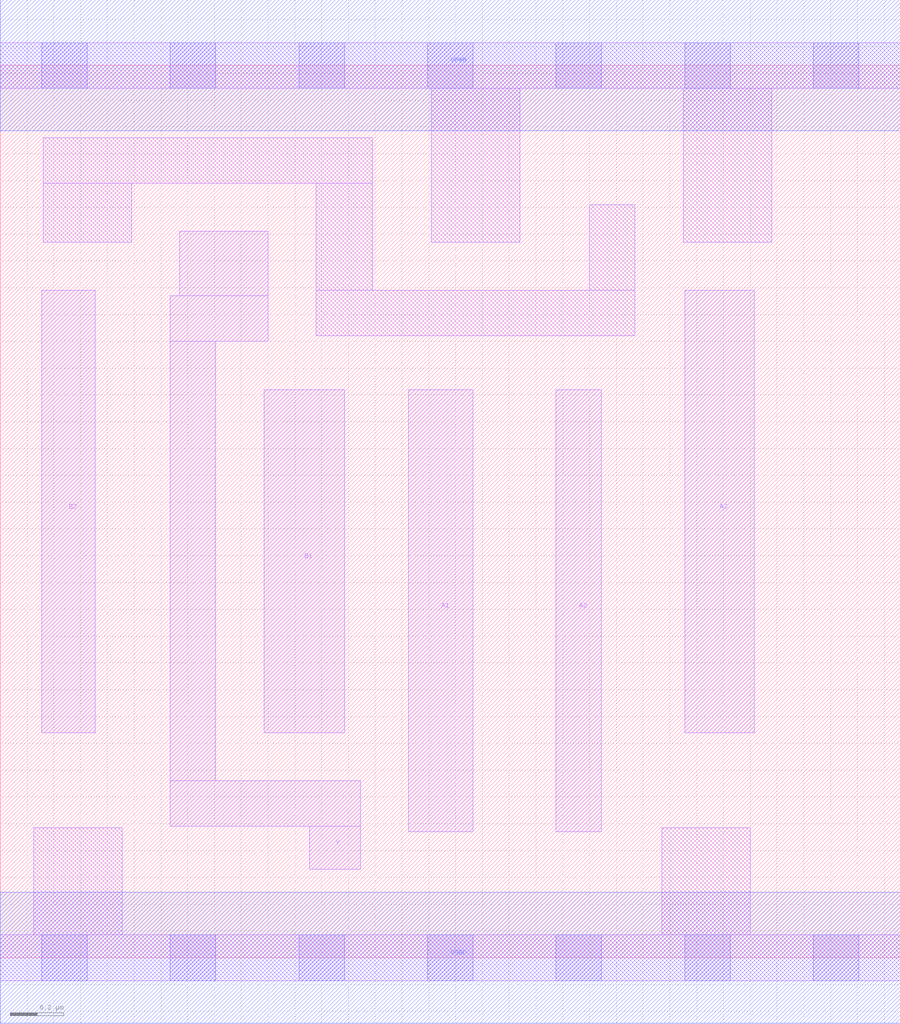
<source format=lef>
# Copyright 2020 The SkyWater PDK Authors
#
# Licensed under the Apache License, Version 2.0 (the "License");
# you may not use this file except in compliance with the License.
# You may obtain a copy of the License at
#
#     https://www.apache.org/licenses/LICENSE-2.0
#
# Unless required by applicable law or agreed to in writing, software
# distributed under the License is distributed on an "AS IS" BASIS,
# WITHOUT WARRANTIES OR CONDITIONS OF ANY KIND, either express or implied.
# See the License for the specific language governing permissions and
# limitations under the License.
#
# SPDX-License-Identifier: Apache-2.0

VERSION 5.7 ;
  NAMESCASESENSITIVE ON ;
  NOWIREEXTENSIONATPIN ON ;
  DIVIDERCHAR "/" ;
  BUSBITCHARS "[]" ;
UNITS
  DATABASE MICRONS 200 ;
END UNITS
MACRO sky130_fd_sc_lp__a32oi_m
  CLASS CORE ;
  FOREIGN sky130_fd_sc_lp__a32oi_m ;
  ORIGIN  0.000000  0.000000 ;
  SIZE  3.360000 BY  3.330000 ;
  SYMMETRY X Y R90 ;
  SITE unit ;
  PIN A1
    ANTENNAGATEAREA  0.126000 ;
    DIRECTION INPUT ;
    USE SIGNAL ;
    PORT
      LAYER li1 ;
        RECT 1.525000 0.470000 1.765000 2.120000 ;
    END
  END A1
  PIN A2
    ANTENNAGATEAREA  0.126000 ;
    DIRECTION INPUT ;
    USE SIGNAL ;
    PORT
      LAYER li1 ;
        RECT 2.075000 0.470000 2.245000 2.120000 ;
    END
  END A2
  PIN A3
    ANTENNAGATEAREA  0.126000 ;
    DIRECTION INPUT ;
    USE SIGNAL ;
    PORT
      LAYER li1 ;
        RECT 2.555000 0.840000 2.815000 2.490000 ;
    END
  END A3
  PIN B1
    ANTENNAGATEAREA  0.126000 ;
    DIRECTION INPUT ;
    USE SIGNAL ;
    PORT
      LAYER li1 ;
        RECT 0.985000 0.840000 1.285000 2.120000 ;
    END
  END B1
  PIN B2
    ANTENNAGATEAREA  0.126000 ;
    DIRECTION INPUT ;
    USE SIGNAL ;
    PORT
      LAYER li1 ;
        RECT 0.155000 0.840000 0.355000 2.490000 ;
    END
  END B2
  PIN Y
    ANTENNADIFFAREA  0.254100 ;
    DIRECTION OUTPUT ;
    USE SIGNAL ;
    PORT
      LAYER li1 ;
        RECT 0.635000 0.490000 1.345000 0.660000 ;
        RECT 0.635000 0.660000 0.805000 2.300000 ;
        RECT 0.635000 2.300000 1.000000 2.470000 ;
        RECT 0.670000 2.470000 1.000000 2.710000 ;
        RECT 1.155000 0.330000 1.345000 0.490000 ;
    END
  END Y
  PIN VGND
    DIRECTION INOUT ;
    USE GROUND ;
    PORT
      LAYER met1 ;
        RECT 0.000000 -0.245000 3.360000 0.245000 ;
    END
  END VGND
  PIN VPWR
    DIRECTION INOUT ;
    USE POWER ;
    PORT
      LAYER met1 ;
        RECT 0.000000 3.085000 3.360000 3.575000 ;
    END
  END VPWR
  OBS
    LAYER li1 ;
      RECT 0.000000 -0.085000 3.360000 0.085000 ;
      RECT 0.000000  3.245000 3.360000 3.415000 ;
      RECT 0.125000  0.085000 0.455000 0.485000 ;
      RECT 0.160000  2.670000 0.490000 2.890000 ;
      RECT 0.160000  2.890000 1.390000 3.060000 ;
      RECT 1.180000  2.320000 2.370000 2.490000 ;
      RECT 1.180000  2.490000 1.390000 2.890000 ;
      RECT 1.610000  2.670000 1.940000 3.245000 ;
      RECT 2.200000  2.490000 2.370000 2.810000 ;
      RECT 2.470000  0.085000 2.800000 0.485000 ;
      RECT 2.550000  2.670000 2.880000 3.245000 ;
    LAYER mcon ;
      RECT 0.155000 -0.085000 0.325000 0.085000 ;
      RECT 0.155000  3.245000 0.325000 3.415000 ;
      RECT 0.635000 -0.085000 0.805000 0.085000 ;
      RECT 0.635000  3.245000 0.805000 3.415000 ;
      RECT 1.115000 -0.085000 1.285000 0.085000 ;
      RECT 1.115000  3.245000 1.285000 3.415000 ;
      RECT 1.595000 -0.085000 1.765000 0.085000 ;
      RECT 1.595000  3.245000 1.765000 3.415000 ;
      RECT 2.075000 -0.085000 2.245000 0.085000 ;
      RECT 2.075000  3.245000 2.245000 3.415000 ;
      RECT 2.555000 -0.085000 2.725000 0.085000 ;
      RECT 2.555000  3.245000 2.725000 3.415000 ;
      RECT 3.035000 -0.085000 3.205000 0.085000 ;
      RECT 3.035000  3.245000 3.205000 3.415000 ;
  END
END sky130_fd_sc_lp__a32oi_m
END LIBRARY

</source>
